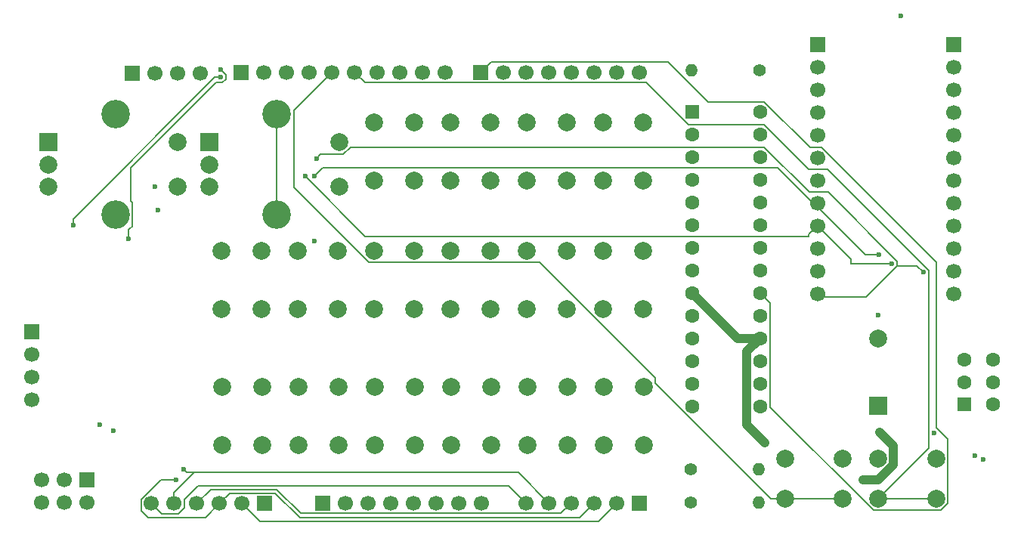
<source format=gbr>
%TF.GenerationSoftware,KiCad,Pcbnew,9.0.1*%
%TF.CreationDate,2025-05-27T17:05:58+05:30*%
%TF.ProjectId,macronardo,6d616372-6f6e-4617-9264-6f2e6b696361,rev?*%
%TF.SameCoordinates,Original*%
%TF.FileFunction,Copper,L3,Inr*%
%TF.FilePolarity,Positive*%
%FSLAX46Y46*%
G04 Gerber Fmt 4.6, Leading zero omitted, Abs format (unit mm)*
G04 Created by KiCad (PCBNEW 9.0.1) date 2025-05-27 17:05:58*
%MOMM*%
%LPD*%
G01*
G04 APERTURE LIST*
G04 Aperture macros list*
%AMRoundRect*
0 Rectangle with rounded corners*
0 $1 Rounding radius*
0 $2 $3 $4 $5 $6 $7 $8 $9 X,Y pos of 4 corners*
0 Add a 4 corners polygon primitive as box body*
4,1,4,$2,$3,$4,$5,$6,$7,$8,$9,$2,$3,0*
0 Add four circle primitives for the rounded corners*
1,1,$1+$1,$2,$3*
1,1,$1+$1,$4,$5*
1,1,$1+$1,$6,$7*
1,1,$1+$1,$8,$9*
0 Add four rect primitives between the rounded corners*
20,1,$1+$1,$2,$3,$4,$5,0*
20,1,$1+$1,$4,$5,$6,$7,0*
20,1,$1+$1,$6,$7,$8,$9,0*
20,1,$1+$1,$8,$9,$2,$3,0*%
G04 Aperture macros list end*
%TA.AperFunction,ComponentPad*%
%ADD10R,1.700000X1.700000*%
%TD*%
%TA.AperFunction,ComponentPad*%
%ADD11C,1.700000*%
%TD*%
%TA.AperFunction,ComponentPad*%
%ADD12C,2.000000*%
%TD*%
%TA.AperFunction,ComponentPad*%
%ADD13R,2.000000X2.000000*%
%TD*%
%TA.AperFunction,ComponentPad*%
%ADD14RoundRect,0.250000X-0.550000X-0.550000X0.550000X-0.550000X0.550000X0.550000X-0.550000X0.550000X0*%
%TD*%
%TA.AperFunction,ComponentPad*%
%ADD15C,1.600000*%
%TD*%
%TA.AperFunction,ComponentPad*%
%ADD16C,3.200000*%
%TD*%
%TA.AperFunction,ComponentPad*%
%ADD17C,1.400000*%
%TD*%
%TA.AperFunction,ComponentPad*%
%ADD18O,1.400000X1.400000*%
%TD*%
%TA.AperFunction,ComponentPad*%
%ADD19R,1.600000X1.600000*%
%TD*%
%TA.AperFunction,ViaPad*%
%ADD20C,0.600000*%
%TD*%
%TA.AperFunction,Conductor*%
%ADD21C,0.200000*%
%TD*%
%TA.AperFunction,Conductor*%
%ADD22C,1.000000*%
%TD*%
G04 APERTURE END LIST*
D10*
%TO.N,unconnected-(J7-Pin_1-Pad1)*%
%TO.C,J7*%
X201650000Y-49940000D03*
D11*
%TO.N,/GND*%
X201650000Y-52480000D03*
%TO.N,/RST*%
X201650000Y-55020000D03*
%TO.N,/VCC*%
X201650000Y-57560000D03*
%TO.N,/GPIO23*%
X201650000Y-60100000D03*
%TO.N,/HEAD_A2*%
X201650000Y-62640000D03*
%TO.N,/HEAD_A1*%
X201650000Y-65180000D03*
%TO.N,/CAPS_LK_STAT*%
X201650000Y-67720000D03*
%TO.N,/PROMICRO_SCLK*%
X201650000Y-70260000D03*
%TO.N,/PROMICRO_MISO*%
X201650000Y-72800000D03*
%TO.N,/PROMICRO_MOSI*%
X201650000Y-75340000D03*
%TO.N,/GPIO10*%
X201650000Y-77880000D03*
%TD*%
D12*
%TO.N,/LAYERLED*%
%TO.C,SW16*%
X193200000Y-96350000D03*
X199700000Y-96350000D03*
%TO.N,/LAYER_CHANGE_SW_IN*%
X193200000Y-100850001D03*
X199700001Y-100850000D03*
%TD*%
%TO.N,/LED1*%
%TO.C,SW0*%
X119700000Y-94850000D03*
X119700000Y-88350000D03*
%TO.N,/SW1*%
X124200001Y-94850000D03*
X124200000Y-88349999D03*
%TD*%
%TO.N,/LED2*%
%TO.C,SW1*%
X128250000Y-94850000D03*
X128250000Y-88350000D03*
%TO.N,/SW2*%
X132750001Y-94850000D03*
X132750000Y-88349999D03*
%TD*%
D13*
%TO.N,/BUZZ (+)*%
%TO.C,BZ0*%
X193160000Y-90490000D03*
D12*
%TO.N,Net-(BZ0--)*%
X193160000Y-82890000D03*
%TD*%
D14*
%TO.N,/SW1*%
%TO.C,U0*%
X172380000Y-57490000D03*
D15*
%TO.N,/SW2*%
X172380000Y-60030000D03*
%TO.N,/SW3*%
X172380000Y-62570000D03*
%TO.N,/SW4*%
X172380000Y-65110000D03*
%TO.N,/SW5*%
X172380000Y-67650000D03*
%TO.N,/SW6*%
X172380000Y-70190000D03*
%TO.N,/SW7*%
X172380000Y-72730000D03*
%TO.N,/SW8*%
X172380000Y-75270000D03*
%TO.N,/VCC*%
X172380000Y-77810000D03*
%TO.N,/GND*%
X172380000Y-80350000D03*
%TO.N,unconnected-(U0-NC-Pad11)*%
X172380000Y-82890000D03*
%TO.N,/SCL*%
X172380000Y-85430000D03*
%TO.N,/SDA*%
X172380000Y-87970000D03*
%TO.N,unconnected-(U0-NC-Pad14)*%
X172380000Y-90510000D03*
%TO.N,/GND*%
X180000000Y-90510000D03*
X180000000Y-87970000D03*
X180000000Y-85430000D03*
%TO.N,/VCC*%
X180000000Y-82890000D03*
%TO.N,unconnected-(U0-INTB-Pad19)*%
X180000000Y-80350000D03*
%TO.N,/INTA*%
X180000000Y-77810000D03*
%TO.N,/SW9*%
X180000000Y-75270000D03*
%TO.N,/SW10*%
X180000000Y-72730000D03*
%TO.N,/SW11*%
X180000000Y-70190000D03*
%TO.N,/SW12*%
X180000000Y-67650000D03*
%TO.N,/SW13*%
X180000000Y-65110000D03*
%TO.N,/SW14*%
X180000000Y-62570000D03*
%TO.N,/SW15*%
X180000000Y-60030000D03*
%TO.N,/SW16*%
X180000000Y-57490000D03*
%TD*%
D12*
%TO.N,/LED16*%
%TO.C,SW15*%
X162350000Y-65200000D03*
X162350000Y-58700000D03*
%TO.N,/SW16*%
X166850001Y-65200000D03*
X166850000Y-58699999D03*
%TD*%
%TO.N,/LED3*%
%TO.C,SW2*%
X136800000Y-94850000D03*
X136800000Y-88350000D03*
%TO.N,/SW3*%
X141300001Y-94850000D03*
X141300000Y-88349999D03*
%TD*%
%TO.N,/LED6*%
%TO.C,SW5*%
X162450001Y-94850000D03*
X162450001Y-88350000D03*
%TO.N,/SW6*%
X166950002Y-94850000D03*
X166950001Y-88349999D03*
%TD*%
D13*
%TO.N,/ENC0_A_IN*%
%TO.C,ENC0*%
X100250000Y-60900000D03*
D12*
%TO.N,/ENC0_B_IN*%
X100250000Y-65900000D03*
%TO.N,unconnected-(ENC0-PadC)*%
X100250000Y-63400000D03*
D16*
%TO.N,unconnected-(ENC0-PadMP)*%
X107750000Y-57800000D03*
X107750000Y-69000000D03*
D12*
%TO.N,/ENC0_SW_IN*%
X114750000Y-65900000D03*
%TO.N,/GND*%
X114750000Y-60900000D03*
%TD*%
D17*
%TO.N,Net-(BZ0--)*%
%TO.C,R2*%
X179910000Y-52850000D03*
D18*
%TO.N,/GND*%
X172290000Y-52850000D03*
%TD*%
D12*
%TO.N,/LED8*%
%TO.C,SW7*%
X128150000Y-79600000D03*
X128150000Y-73100000D03*
%TO.N,/SW8*%
X132650001Y-79600000D03*
X132650000Y-73099999D03*
%TD*%
%TO.N,/LED14*%
%TO.C,SW13*%
X145250000Y-65200000D03*
X145250000Y-58700000D03*
%TO.N,/SW14*%
X149750001Y-65200000D03*
X149750000Y-58699999D03*
%TD*%
%TO.N,/LED12*%
%TO.C,SW11*%
X162350000Y-79600000D03*
X162350000Y-73100000D03*
%TO.N,/SW12*%
X166850001Y-79600000D03*
X166850000Y-73099999D03*
%TD*%
%TO.N,/PRFLELED*%
%TO.C,SW17*%
X182750000Y-96350000D03*
X189250000Y-96350000D03*
%TO.N,/PROFILE_CHANGE_SW_IN*%
X182750000Y-100850001D03*
X189250001Y-100850000D03*
%TD*%
D10*
%TO.N,/OLED_SDA*%
%TO.C,J0*%
X98400000Y-82190000D03*
D11*
%TO.N,/OLED_SCL*%
X98400000Y-84730000D03*
%TO.N,/VCC*%
X98400000Y-87269999D03*
%TO.N,/GND*%
X98400000Y-89810000D03*
%TD*%
D12*
%TO.N,/LED7*%
%TO.C,SW6*%
X119600000Y-79600000D03*
X119600000Y-73100000D03*
%TO.N,/SW7*%
X124100001Y-79600000D03*
X124100000Y-73099999D03*
%TD*%
D17*
%TO.N,/VCC*%
%TO.C,R0*%
X172190000Y-97550000D03*
D18*
%TO.N,/SDA*%
X179810000Y-97550000D03*
%TD*%
D12*
%TO.N,/LED15*%
%TO.C,SW14*%
X153800000Y-65200000D03*
X153800000Y-58700000D03*
%TO.N,/SW15*%
X158300001Y-65200000D03*
X158300000Y-58699999D03*
%TD*%
D10*
%TO.N,/CAPS_LK_STAT_IN*%
%TO.C,J9*%
X124490000Y-101390000D03*
D11*
%TO.N,/HEAD_A1*%
X121950000Y-101390000D03*
%TO.N,/HEAD_A2*%
X119410001Y-101390000D03*
%TO.N,/HEAD_A3*%
X116870000Y-101390000D03*
%TO.N,/HEAD_A4*%
X114330000Y-101390000D03*
%TO.N,/HEAD_A5*%
X111790000Y-101390000D03*
%TD*%
D12*
%TO.N,/LED4*%
%TO.C,SW3*%
X145350000Y-94850000D03*
X145350000Y-88350000D03*
%TO.N,/SW4*%
X149850001Y-94850000D03*
X149850000Y-88349999D03*
%TD*%
%TO.N,/LED5*%
%TO.C,SW4*%
X153900000Y-94850000D03*
X153900000Y-88350000D03*
%TO.N,/SW5*%
X158400001Y-94850000D03*
X158400000Y-88349999D03*
%TD*%
%TO.N,/LED13*%
%TO.C,SW12*%
X136700000Y-65200000D03*
X136700000Y-58700000D03*
%TO.N,/SW13*%
X141200001Y-65200000D03*
X141200000Y-58699999D03*
%TD*%
%TO.N,/LED10*%
%TO.C,SW9*%
X145250000Y-79600000D03*
X145250000Y-73100000D03*
%TO.N,/SW10*%
X149750001Y-79600000D03*
X149750000Y-73099999D03*
%TD*%
%TO.N,/LED11*%
%TO.C,SW10*%
X153800000Y-79600000D03*
X153800000Y-73100000D03*
%TO.N,/SW11*%
X158300001Y-79600000D03*
X158300000Y-73099999D03*
%TD*%
D10*
%TO.N,/PRMCO_TX*%
%TO.C,J2*%
X186400000Y-49940000D03*
D11*
%TO.N,/PRMCO_RX*%
X186400000Y-52480000D03*
%TO.N,/GND*%
X186400000Y-55020000D03*
X186400000Y-57560000D03*
%TO.N,/OLED_SDA*%
X186400000Y-60100000D03*
%TO.N,/OLED_SCL*%
X186400000Y-62640000D03*
%TO.N,/GPIO4*%
X186400000Y-65180000D03*
%TO.N,/LED_R*%
X186400000Y-67720000D03*
%TO.N,/LED_G*%
X186400000Y-70260000D03*
%TO.N,/BUZZ (+)*%
X186400000Y-72800000D03*
%TO.N,/GPIO8*%
X186400000Y-75340000D03*
%TO.N,/LED_B*%
X186400000Y-77880000D03*
%TD*%
D13*
%TO.N,/ENC1_A_IN*%
%TO.C,ENC1*%
X118300000Y-60900000D03*
D12*
%TO.N,/ENC1_B_IN*%
X118300000Y-65900000D03*
%TO.N,unconnected-(ENC1-PadC)*%
X118300000Y-63400000D03*
D16*
%TO.N,unconnected-(ENC1-PadMP)*%
X125800000Y-57800000D03*
X125800000Y-69000000D03*
D12*
%TO.N,/ENC1_SW_IN*%
X132800000Y-65900000D03*
%TO.N,/GND*%
X132800000Y-60900000D03*
%TD*%
D19*
%TO.N,/WRT_PRTCT_TGGL*%
%TO.C,SW18*%
X202850001Y-90307500D03*
D15*
%TO.N,/GND*%
X202850001Y-87807500D03*
%TO.N,/VCC*%
X202850001Y-85307500D03*
%TO.N,N/C*%
X206050001Y-90307500D03*
X206050001Y-87807500D03*
X206050001Y-85307500D03*
%TD*%
D17*
%TO.N,/VCC*%
%TO.C,R1*%
X172200000Y-101300000D03*
D18*
%TO.N,/SCL*%
X179820000Y-101300000D03*
%TD*%
D12*
%TO.N,/LED9*%
%TO.C,SW8*%
X136700000Y-79600000D03*
X136700000Y-73100000D03*
%TO.N,/SW9*%
X141200001Y-79600000D03*
X141200000Y-73099999D03*
%TD*%
D10*
%TO.N,/HEAD_A2*%
%TO.C,J8*%
X104540000Y-98725000D03*
D11*
%TO.N,/CAPS_LK_STAT*%
X104540000Y-101265000D03*
%TO.N,/HEAD_A4*%
X102000000Y-98725000D03*
%TO.N,/GND*%
X102000000Y-101265000D03*
%TO.N,/HEAD_A1*%
X99460001Y-98725000D03*
%TO.N,/VCC*%
X99460000Y-101265000D03*
%TD*%
D10*
%TO.N,/CAPS_LK_STAT*%
%TO.C,J3*%
X166450000Y-101350000D03*
D11*
%TO.N,/HEAD_A1*%
X163910000Y-101350000D03*
%TO.N,/HEAD_A2*%
X161370001Y-101350000D03*
%TO.N,/HEAD_A3*%
X158830000Y-101350000D03*
%TO.N,/HEAD_A4*%
X156290000Y-101350000D03*
%TO.N,/HEAD_A5*%
X153750000Y-101350000D03*
%TD*%
D10*
%TO.N,unconnected-(J4-Pin_1-Pad1)*%
%TO.C,J4*%
X130930001Y-101350000D03*
D11*
%TO.N,/IOREF*%
X133470001Y-101350000D03*
%TO.N,/RESET*%
X136010000Y-101350000D03*
%TO.N,/3V3_LOGIC*%
X138550001Y-101350000D03*
%TO.N,/VCC*%
X141090001Y-101350000D03*
%TO.N,/GND*%
X143630001Y-101350000D03*
X146170001Y-101350000D03*
%TO.N,/VIN*%
X148710002Y-101350000D03*
%TD*%
D10*
%TO.N,/INTA*%
%TO.C,J5*%
X148690000Y-53100002D03*
D11*
%TO.N,/ENC0_B_IN*%
X151230000Y-53100002D03*
%TO.N,/ENC0_A_IN*%
X153769999Y-53100002D03*
%TO.N,/ENC0_SW_IN*%
X156310000Y-53100002D03*
%TO.N,unconnected-(J5-Pin_5-Pad5)*%
X158850000Y-53100002D03*
%TO.N,unconnected-(J5-Pin_6-Pad6)*%
X161390000Y-53100002D03*
%TO.N,/UART_TX*%
X163930000Y-53100002D03*
%TO.N,/UART_RX*%
X166470001Y-53100002D03*
%TD*%
D10*
%TO.N,/SDA*%
%TO.C,J1*%
X109630000Y-53200000D03*
D11*
%TO.N,/SCL*%
X112170000Y-53200000D03*
%TO.N,/VCC*%
X114709999Y-53200000D03*
%TO.N,/GND*%
X117250000Y-53200000D03*
%TD*%
D10*
%TO.N,/SCL*%
%TO.C,J6*%
X121829999Y-53100000D03*
D11*
%TO.N,/SDA*%
X124369999Y-53100000D03*
%TO.N,unconnected-(J6-Pin_3-Pad3)*%
X126909998Y-53100000D03*
%TO.N,/GND*%
X129449999Y-53100000D03*
%TO.N,/PROFILE_CHANGE_SW_IN*%
X131989999Y-53100000D03*
%TO.N,/LAYER_CHANGE_SW_IN*%
X134529999Y-53100000D03*
%TO.N,/ENC1_B_IN*%
X137069999Y-53100000D03*
%TO.N,/ENC1_A_IN*%
X139610000Y-53100000D03*
%TO.N,/ENC1_SW_IN*%
X142149999Y-53100000D03*
%TO.N,/PWR_LED*%
X144689999Y-53100000D03*
%TD*%
D20*
%TO.N,/VCC*%
X195732814Y-46732814D03*
X180500000Y-94601000D03*
X199500000Y-93500000D03*
%TO.N,/HEAD_A4*%
X115350000Y-97574000D03*
%TO.N,/GND*%
X193199000Y-80260000D03*
X130000000Y-72000000D03*
X193400000Y-93400000D03*
X191500000Y-98750000D03*
%TO.N,/HEAD_A2*%
X114504999Y-98725000D03*
%TO.N,/UART_TX*%
X119500000Y-52750000D03*
X109250000Y-71750000D03*
%TO.N,/SDA*%
X205000000Y-96500000D03*
%TO.N,/PWR_LED*%
X103000000Y-70250000D03*
X119500000Y-53651000D03*
%TO.N,/LED_G*%
X107480000Y-93240000D03*
X112187000Y-65893000D03*
X129000000Y-64750000D03*
X194750000Y-74500000D03*
%TO.N,/LED_B*%
X112550000Y-68480000D03*
X105960000Y-92600000D03*
X130250000Y-62750000D03*
X198250000Y-75500000D03*
%TO.N,/LED_R*%
X130000000Y-64750000D03*
X193250000Y-73500000D03*
%TO.N,/WRT_PRTCT_TGGL*%
X204000000Y-96000000D03*
%TD*%
D21*
%TO.N,/LAYER_CHANGE_SW_IN*%
X193200000Y-100850001D02*
X199700001Y-100850000D01*
X135680999Y-54251000D02*
X134529999Y-53100000D01*
X198851000Y-75251057D02*
X187509943Y-63910000D01*
X180456050Y-58929000D02*
X171923950Y-58929000D01*
X187509943Y-63910000D02*
X185437050Y-63910000D01*
X198851000Y-95199001D02*
X198851000Y-75251057D01*
X193200000Y-100850001D02*
X198851000Y-95199001D01*
X185437050Y-63910000D02*
X180456050Y-58929000D01*
X167245950Y-54251000D02*
X135680999Y-54251000D01*
X171923950Y-58929000D02*
X167245950Y-54251000D01*
%TO.N,/HEAD_A5*%
X153750000Y-101350000D02*
X151837000Y-99437000D01*
X115481000Y-100949000D02*
X115481000Y-101866760D01*
X115481000Y-101866760D02*
X114806760Y-102541000D01*
X114806760Y-102541000D02*
X112941000Y-102541000D01*
X116993000Y-99437000D02*
X115481000Y-100949000D01*
X151837000Y-99437000D02*
X116993000Y-99437000D01*
X112941000Y-102541000D02*
X111790000Y-101390000D01*
D22*
%TO.N,/VCC*%
X178499000Y-84391000D02*
X180000000Y-82890000D01*
X180000000Y-82890000D02*
X177460000Y-82890000D01*
X178499000Y-92600000D02*
X178499000Y-84391000D01*
X177460000Y-82890000D02*
X172380000Y-77810000D01*
X180500000Y-94601000D02*
X178499000Y-92600000D01*
D21*
%TO.N,/INTA*%
X169671002Y-51949002D02*
X174111000Y-56389000D01*
X181101000Y-78911000D02*
X180000000Y-77810000D01*
X149841000Y-51949002D02*
X169671002Y-51949002D01*
X199748943Y-92899000D02*
X201001001Y-94151058D01*
X192661108Y-102151001D02*
X181101000Y-90590893D01*
X201001001Y-101388892D02*
X200238892Y-102151001D01*
X174111000Y-56389000D02*
X180456050Y-56389000D01*
X186876760Y-61489000D02*
X199748943Y-74361183D01*
X199748943Y-74361183D02*
X199748943Y-92899000D01*
X148690000Y-53100002D02*
X149841000Y-51949002D01*
X181101000Y-90590893D02*
X181101000Y-78911000D01*
X201001001Y-94151058D02*
X201001001Y-101388892D01*
X185556050Y-61489000D02*
X186876760Y-61489000D01*
X180456050Y-56389000D02*
X185556050Y-61489000D01*
X200238892Y-102151001D02*
X192661108Y-102151001D01*
%TO.N,/HEAD_A4*%
X115350000Y-97574000D02*
X115716000Y-97940000D01*
X114330000Y-101390000D02*
X114330000Y-100150000D01*
X115716000Y-97940000D02*
X116540000Y-97940000D01*
X152880000Y-97940000D02*
X156290000Y-101350000D01*
X114330000Y-100150000D02*
X116540000Y-97940000D01*
X116540000Y-97940000D02*
X152880000Y-97940000D01*
D22*
%TO.N,/GND*%
X194901000Y-97054578D02*
X193205578Y-98750000D01*
X193400000Y-93400000D02*
X194901000Y-94901000D01*
X194901000Y-94901000D02*
X194901000Y-97054578D01*
X193205578Y-98750000D02*
X191500000Y-98750000D01*
D21*
%TO.N,/PROFILE_CHANGE_SW_IN*%
X127774000Y-57315999D02*
X131989999Y-53100000D01*
X183400000Y-100850001D02*
X181162951Y-100850001D01*
X181162951Y-100850001D02*
X168251001Y-87938051D01*
X127774000Y-66013892D02*
X127774000Y-57315999D01*
X183400000Y-100850001D02*
X189900001Y-100850000D01*
X136161107Y-74400999D02*
X127774000Y-66013892D01*
X168251001Y-87340893D02*
X155311108Y-74401000D01*
X155311108Y-74401000D02*
X136161107Y-74400999D01*
X168251001Y-87938051D02*
X168251001Y-87340893D01*
%TO.N,/HEAD_A3*%
X125838000Y-99838000D02*
X128501000Y-102501000D01*
X128501000Y-102501000D02*
X157679000Y-102501000D01*
X118422000Y-99838000D02*
X125838000Y-99838000D01*
X157679000Y-102501000D02*
X158830000Y-101350000D01*
X116870000Y-101390000D02*
X118422000Y-99838000D01*
%TO.N,/HEAD_A1*%
X123959000Y-103399000D02*
X161861000Y-103399000D01*
X161861000Y-103399000D02*
X163910000Y-101350000D01*
X121950000Y-101390000D02*
X123959000Y-103399000D01*
%TO.N,/HEAD_A2*%
X112827240Y-98725000D02*
X110639000Y-100913240D01*
X119410001Y-101390000D02*
X120561001Y-100239000D01*
X120561001Y-100239000D02*
X125641000Y-100239000D01*
X125641000Y-100239000D02*
X128400000Y-102998000D01*
X110639000Y-102199000D02*
X111382000Y-102942000D01*
X111382000Y-102942000D02*
X117858001Y-102942000D01*
X117858001Y-102942000D02*
X119410001Y-101390000D01*
X159722001Y-102998000D02*
X161370001Y-101350000D01*
X110639000Y-100913240D02*
X110639000Y-102199000D01*
X128400000Y-102998000D02*
X159722001Y-102998000D01*
X114504999Y-98725000D02*
X112827240Y-98725000D01*
%TO.N,/UART_TX*%
X119748943Y-54252000D02*
X118998000Y-54252000D01*
X109500000Y-67500000D02*
X109651000Y-67651000D01*
X120101000Y-53899943D02*
X119748943Y-54252000D01*
X120101000Y-53351000D02*
X120101000Y-53899943D01*
X109250000Y-70750000D02*
X109250000Y-71750000D01*
X109500000Y-63750000D02*
X109500000Y-67500000D01*
X119500000Y-52750000D02*
X120101000Y-53351000D01*
X118998000Y-54252000D02*
X109500000Y-63750000D01*
X109651000Y-70349000D02*
X109500000Y-70500000D01*
X109651000Y-67651000D02*
X109651000Y-70349000D01*
X109500000Y-70500000D02*
X109250000Y-70750000D01*
%TO.N,/PWR_LED*%
X118849000Y-53651000D02*
X103000000Y-69500000D01*
X119500000Y-53651000D02*
X118849000Y-53651000D01*
X103000000Y-69500000D02*
X103000000Y-70250000D01*
%TO.N,unconnected-(ENC1-PadMP)*%
X125800000Y-57800000D02*
X125800000Y-69000000D01*
%TO.N,/LED_G*%
X186300000Y-70360000D02*
X186400000Y-70260000D01*
X190180000Y-74500000D02*
X190180000Y-74040000D01*
X185450000Y-71210000D02*
X186400000Y-70260000D01*
X190180000Y-74040000D02*
X186400000Y-70260000D01*
X186300000Y-70620000D02*
X186300000Y-70360000D01*
X190180000Y-74500000D02*
X194750000Y-74500000D01*
X129000000Y-64750000D02*
X135720000Y-71470000D01*
X135720000Y-71470000D02*
X185450000Y-71470000D01*
X185450000Y-71470000D02*
X185450000Y-71210000D01*
%TO.N,/LED_B*%
X197498943Y-74748943D02*
X198250000Y-75500000D01*
X191859943Y-78240000D02*
X186760000Y-78240000D01*
X130750000Y-62250000D02*
X133289892Y-62250000D01*
X185457050Y-66470000D02*
X187569943Y-66470000D01*
X195351000Y-74748943D02*
X191859943Y-78240000D01*
X134070892Y-61469000D02*
X180456050Y-61469000D01*
X186760000Y-78240000D02*
X186400000Y-77880000D01*
X195351000Y-74748943D02*
X197498943Y-74748943D01*
X195351000Y-74251057D02*
X195351000Y-74748943D01*
X187569943Y-66470000D02*
X195351000Y-74251057D01*
X130250000Y-62750000D02*
X130750000Y-62250000D01*
X180456050Y-61469000D02*
X185457050Y-66470000D01*
X133289892Y-62250000D02*
X134070892Y-61469000D01*
%TO.N,/LED_R*%
X181970000Y-63750000D02*
X185940000Y-67720000D01*
X186400000Y-67720000D02*
X186400000Y-68180000D01*
X131000000Y-63750000D02*
X181970000Y-63750000D01*
X186300000Y-68080000D02*
X187150000Y-68930000D01*
X187150000Y-68930000D02*
X191720000Y-73500000D01*
X185940000Y-67720000D02*
X186400000Y-67720000D01*
X186400000Y-68180000D02*
X187150000Y-68930000D01*
X191720000Y-73500000D02*
X193250000Y-73500000D01*
X130000000Y-64750000D02*
X131000000Y-63750000D01*
%TD*%
M02*

</source>
